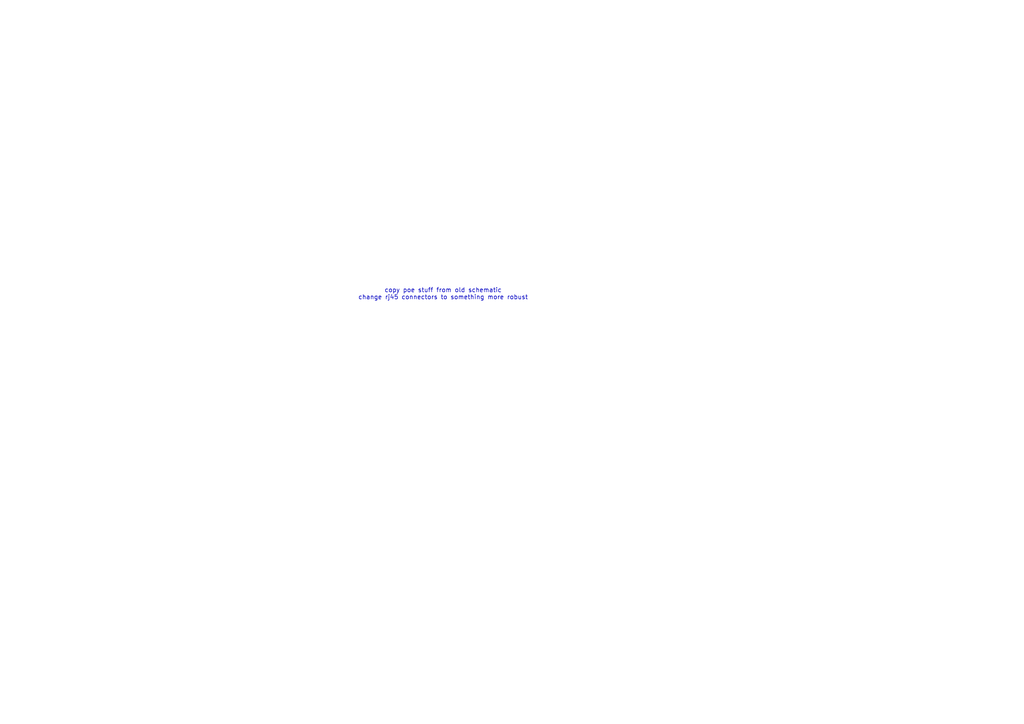
<source format=kicad_sch>
(kicad_sch
	(version 20231120)
	(generator "eeschema")
	(generator_version "8.0")
	(uuid "cc02cad8-6c2c-4e17-8512-c325afe6443d")
	(paper "A4")
	(lib_symbols)
	(text "copy poe stuff from old schematic\nchange rj45 connectors to something more robust"
		(exclude_from_sim no)
		(at 128.524 85.344 0)
		(effects
			(font
				(size 1.27 1.27)
			)
		)
		(uuid "bb31a8a2-a158-43f0-adc9-28637afc3b7b")
	)
)

</source>
